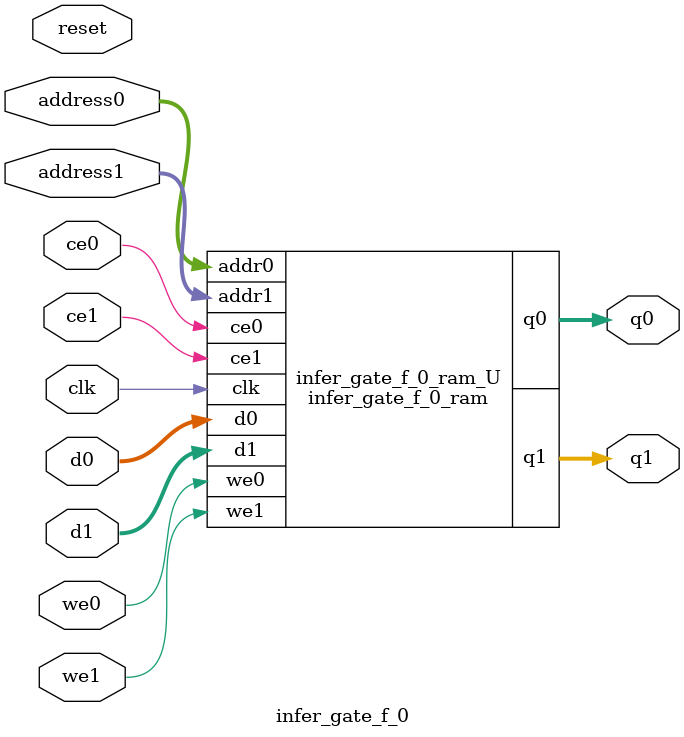
<source format=v>
`timescale 1 ns / 1 ps
module infer_gate_f_0_ram (addr0, ce0, d0, we0, q0, addr1, ce1, d1, we1, q1,  clk);

parameter DWIDTH = 32;
parameter AWIDTH = 4;
parameter MEM_SIZE = 16;

input[AWIDTH-1:0] addr0;
input ce0;
input[DWIDTH-1:0] d0;
input we0;
output reg[DWIDTH-1:0] q0;
input[AWIDTH-1:0] addr1;
input ce1;
input[DWIDTH-1:0] d1;
input we1;
output reg[DWIDTH-1:0] q1;
input clk;

(* ram_style = "block" *)reg [DWIDTH-1:0] ram[0:MEM_SIZE-1];




always @(posedge clk)  
begin 
    if (ce0) 
    begin
        if (we0) 
        begin 
            ram[addr0] <= d0; 
        end 
        q0 <= ram[addr0];
    end
end


always @(posedge clk)  
begin 
    if (ce1) 
    begin
        if (we1) 
        begin 
            ram[addr1] <= d1; 
        end 
        q1 <= ram[addr1];
    end
end


endmodule

`timescale 1 ns / 1 ps
module infer_gate_f_0(
    reset,
    clk,
    address0,
    ce0,
    we0,
    d0,
    q0,
    address1,
    ce1,
    we1,
    d1,
    q1);

parameter DataWidth = 32'd32;
parameter AddressRange = 32'd16;
parameter AddressWidth = 32'd4;
input reset;
input clk;
input[AddressWidth - 1:0] address0;
input ce0;
input we0;
input[DataWidth - 1:0] d0;
output[DataWidth - 1:0] q0;
input[AddressWidth - 1:0] address1;
input ce1;
input we1;
input[DataWidth - 1:0] d1;
output[DataWidth - 1:0] q1;



infer_gate_f_0_ram infer_gate_f_0_ram_U(
    .clk( clk ),
    .addr0( address0 ),
    .ce0( ce0 ),
    .we0( we0 ),
    .d0( d0 ),
    .q0( q0 ),
    .addr1( address1 ),
    .ce1( ce1 ),
    .we1( we1 ),
    .d1( d1 ),
    .q1( q1 ));

endmodule


</source>
